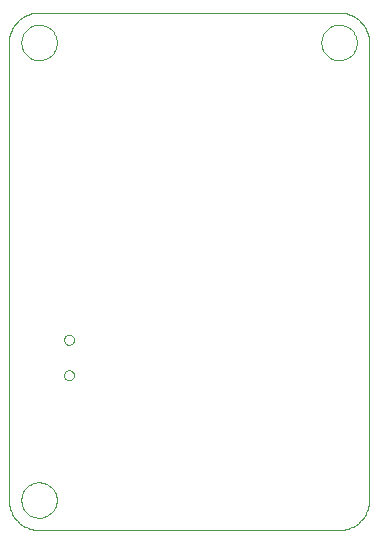
<source format=gm1>
G75*
G70*
%OFA0B0*%
%FSLAX24Y24*%
%IPPOS*%
%LPD*%
%AMOC8*
5,1,8,0,0,1.08239X$1,22.5*
%
%ADD10C,0.0000*%
D10*
X001180Y000708D02*
X011180Y000708D01*
X011240Y000710D01*
X011301Y000715D01*
X011360Y000724D01*
X011419Y000737D01*
X011478Y000753D01*
X011535Y000773D01*
X011590Y000796D01*
X011645Y000823D01*
X011697Y000852D01*
X011748Y000885D01*
X011797Y000921D01*
X011843Y000959D01*
X011887Y001001D01*
X011929Y001045D01*
X011967Y001091D01*
X012003Y001140D01*
X012036Y001191D01*
X012065Y001243D01*
X012092Y001298D01*
X012115Y001353D01*
X012135Y001410D01*
X012151Y001469D01*
X012164Y001528D01*
X012173Y001587D01*
X012178Y001648D01*
X012180Y001708D01*
X012180Y016958D01*
X010589Y016958D02*
X010591Y017006D01*
X010597Y017054D01*
X010607Y017101D01*
X010620Y017147D01*
X010638Y017192D01*
X010658Y017236D01*
X010683Y017278D01*
X010711Y017317D01*
X010741Y017354D01*
X010775Y017388D01*
X010812Y017420D01*
X010850Y017449D01*
X010891Y017474D01*
X010934Y017496D01*
X010979Y017514D01*
X011025Y017528D01*
X011072Y017539D01*
X011120Y017546D01*
X011168Y017549D01*
X011216Y017548D01*
X011264Y017543D01*
X011312Y017534D01*
X011358Y017522D01*
X011403Y017505D01*
X011447Y017485D01*
X011489Y017462D01*
X011529Y017435D01*
X011567Y017405D01*
X011602Y017372D01*
X011634Y017336D01*
X011664Y017298D01*
X011690Y017257D01*
X011712Y017214D01*
X011732Y017170D01*
X011747Y017125D01*
X011759Y017078D01*
X011767Y017030D01*
X011771Y016982D01*
X011771Y016934D01*
X011767Y016886D01*
X011759Y016838D01*
X011747Y016791D01*
X011732Y016746D01*
X011712Y016702D01*
X011690Y016659D01*
X011664Y016618D01*
X011634Y016580D01*
X011602Y016544D01*
X011567Y016511D01*
X011529Y016481D01*
X011489Y016454D01*
X011447Y016431D01*
X011403Y016411D01*
X011358Y016394D01*
X011312Y016382D01*
X011264Y016373D01*
X011216Y016368D01*
X011168Y016367D01*
X011120Y016370D01*
X011072Y016377D01*
X011025Y016388D01*
X010979Y016402D01*
X010934Y016420D01*
X010891Y016442D01*
X010850Y016467D01*
X010812Y016496D01*
X010775Y016528D01*
X010741Y016562D01*
X010711Y016599D01*
X010683Y016638D01*
X010658Y016680D01*
X010638Y016724D01*
X010620Y016769D01*
X010607Y016815D01*
X010597Y016862D01*
X010591Y016910D01*
X010589Y016958D01*
X011180Y017958D02*
X011240Y017956D01*
X011301Y017951D01*
X011360Y017942D01*
X011419Y017929D01*
X011478Y017913D01*
X011535Y017893D01*
X011590Y017870D01*
X011645Y017843D01*
X011697Y017814D01*
X011748Y017781D01*
X011797Y017745D01*
X011843Y017707D01*
X011887Y017665D01*
X011929Y017621D01*
X011967Y017575D01*
X012003Y017526D01*
X012036Y017475D01*
X012065Y017423D01*
X012092Y017368D01*
X012115Y017313D01*
X012135Y017256D01*
X012151Y017197D01*
X012164Y017138D01*
X012173Y017079D01*
X012178Y017018D01*
X012180Y016958D01*
X011180Y017958D02*
X001180Y017958D01*
X000589Y016958D02*
X000591Y017006D01*
X000597Y017054D01*
X000607Y017101D01*
X000620Y017147D01*
X000638Y017192D01*
X000658Y017236D01*
X000683Y017278D01*
X000711Y017317D01*
X000741Y017354D01*
X000775Y017388D01*
X000812Y017420D01*
X000850Y017449D01*
X000891Y017474D01*
X000934Y017496D01*
X000979Y017514D01*
X001025Y017528D01*
X001072Y017539D01*
X001120Y017546D01*
X001168Y017549D01*
X001216Y017548D01*
X001264Y017543D01*
X001312Y017534D01*
X001358Y017522D01*
X001403Y017505D01*
X001447Y017485D01*
X001489Y017462D01*
X001529Y017435D01*
X001567Y017405D01*
X001602Y017372D01*
X001634Y017336D01*
X001664Y017298D01*
X001690Y017257D01*
X001712Y017214D01*
X001732Y017170D01*
X001747Y017125D01*
X001759Y017078D01*
X001767Y017030D01*
X001771Y016982D01*
X001771Y016934D01*
X001767Y016886D01*
X001759Y016838D01*
X001747Y016791D01*
X001732Y016746D01*
X001712Y016702D01*
X001690Y016659D01*
X001664Y016618D01*
X001634Y016580D01*
X001602Y016544D01*
X001567Y016511D01*
X001529Y016481D01*
X001489Y016454D01*
X001447Y016431D01*
X001403Y016411D01*
X001358Y016394D01*
X001312Y016382D01*
X001264Y016373D01*
X001216Y016368D01*
X001168Y016367D01*
X001120Y016370D01*
X001072Y016377D01*
X001025Y016388D01*
X000979Y016402D01*
X000934Y016420D01*
X000891Y016442D01*
X000850Y016467D01*
X000812Y016496D01*
X000775Y016528D01*
X000741Y016562D01*
X000711Y016599D01*
X000683Y016638D01*
X000658Y016680D01*
X000638Y016724D01*
X000620Y016769D01*
X000607Y016815D01*
X000597Y016862D01*
X000591Y016910D01*
X000589Y016958D01*
X000180Y016958D02*
X000180Y001708D01*
X000589Y001708D02*
X000591Y001756D01*
X000597Y001804D01*
X000607Y001851D01*
X000620Y001897D01*
X000638Y001942D01*
X000658Y001986D01*
X000683Y002028D01*
X000711Y002067D01*
X000741Y002104D01*
X000775Y002138D01*
X000812Y002170D01*
X000850Y002199D01*
X000891Y002224D01*
X000934Y002246D01*
X000979Y002264D01*
X001025Y002278D01*
X001072Y002289D01*
X001120Y002296D01*
X001168Y002299D01*
X001216Y002298D01*
X001264Y002293D01*
X001312Y002284D01*
X001358Y002272D01*
X001403Y002255D01*
X001447Y002235D01*
X001489Y002212D01*
X001529Y002185D01*
X001567Y002155D01*
X001602Y002122D01*
X001634Y002086D01*
X001664Y002048D01*
X001690Y002007D01*
X001712Y001964D01*
X001732Y001920D01*
X001747Y001875D01*
X001759Y001828D01*
X001767Y001780D01*
X001771Y001732D01*
X001771Y001684D01*
X001767Y001636D01*
X001759Y001588D01*
X001747Y001541D01*
X001732Y001496D01*
X001712Y001452D01*
X001690Y001409D01*
X001664Y001368D01*
X001634Y001330D01*
X001602Y001294D01*
X001567Y001261D01*
X001529Y001231D01*
X001489Y001204D01*
X001447Y001181D01*
X001403Y001161D01*
X001358Y001144D01*
X001312Y001132D01*
X001264Y001123D01*
X001216Y001118D01*
X001168Y001117D01*
X001120Y001120D01*
X001072Y001127D01*
X001025Y001138D01*
X000979Y001152D01*
X000934Y001170D01*
X000891Y001192D01*
X000850Y001217D01*
X000812Y001246D01*
X000775Y001278D01*
X000741Y001312D01*
X000711Y001349D01*
X000683Y001388D01*
X000658Y001430D01*
X000638Y001474D01*
X000620Y001519D01*
X000607Y001565D01*
X000597Y001612D01*
X000591Y001660D01*
X000589Y001708D01*
X000180Y001708D02*
X000182Y001648D01*
X000187Y001587D01*
X000196Y001528D01*
X000209Y001469D01*
X000225Y001410D01*
X000245Y001353D01*
X000268Y001298D01*
X000295Y001243D01*
X000324Y001191D01*
X000357Y001140D01*
X000393Y001091D01*
X000431Y001045D01*
X000473Y001001D01*
X000517Y000959D01*
X000563Y000921D01*
X000612Y000885D01*
X000663Y000852D01*
X000715Y000823D01*
X000770Y000796D01*
X000825Y000773D01*
X000882Y000753D01*
X000941Y000737D01*
X001000Y000724D01*
X001059Y000715D01*
X001120Y000710D01*
X001180Y000708D01*
X002013Y005867D02*
X002015Y005892D01*
X002021Y005917D01*
X002030Y005941D01*
X002043Y005963D01*
X002060Y005983D01*
X002079Y006000D01*
X002100Y006014D01*
X002124Y006024D01*
X002148Y006031D01*
X002174Y006034D01*
X002199Y006033D01*
X002224Y006028D01*
X002248Y006019D01*
X002271Y006007D01*
X002291Y005992D01*
X002309Y005973D01*
X002324Y005952D01*
X002335Y005929D01*
X002343Y005905D01*
X002347Y005880D01*
X002347Y005854D01*
X002343Y005829D01*
X002335Y005805D01*
X002324Y005782D01*
X002309Y005761D01*
X002291Y005742D01*
X002271Y005727D01*
X002248Y005715D01*
X002224Y005706D01*
X002199Y005701D01*
X002174Y005700D01*
X002148Y005703D01*
X002124Y005710D01*
X002100Y005720D01*
X002079Y005734D01*
X002060Y005751D01*
X002043Y005771D01*
X002030Y005793D01*
X002021Y005817D01*
X002015Y005842D01*
X002013Y005867D01*
X002013Y007048D02*
X002015Y007073D01*
X002021Y007098D01*
X002030Y007122D01*
X002043Y007144D01*
X002060Y007164D01*
X002079Y007181D01*
X002100Y007195D01*
X002124Y007205D01*
X002148Y007212D01*
X002174Y007215D01*
X002199Y007214D01*
X002224Y007209D01*
X002248Y007200D01*
X002271Y007188D01*
X002291Y007173D01*
X002309Y007154D01*
X002324Y007133D01*
X002335Y007110D01*
X002343Y007086D01*
X002347Y007061D01*
X002347Y007035D01*
X002343Y007010D01*
X002335Y006986D01*
X002324Y006963D01*
X002309Y006942D01*
X002291Y006923D01*
X002271Y006908D01*
X002248Y006896D01*
X002224Y006887D01*
X002199Y006882D01*
X002174Y006881D01*
X002148Y006884D01*
X002124Y006891D01*
X002100Y006901D01*
X002079Y006915D01*
X002060Y006932D01*
X002043Y006952D01*
X002030Y006974D01*
X002021Y006998D01*
X002015Y007023D01*
X002013Y007048D01*
X000180Y016958D02*
X000182Y017018D01*
X000187Y017079D01*
X000196Y017138D01*
X000209Y017197D01*
X000225Y017256D01*
X000245Y017313D01*
X000268Y017368D01*
X000295Y017423D01*
X000324Y017475D01*
X000357Y017526D01*
X000393Y017575D01*
X000431Y017621D01*
X000473Y017665D01*
X000517Y017707D01*
X000563Y017745D01*
X000612Y017781D01*
X000663Y017814D01*
X000715Y017843D01*
X000770Y017870D01*
X000825Y017893D01*
X000882Y017913D01*
X000941Y017929D01*
X001000Y017942D01*
X001059Y017951D01*
X001120Y017956D01*
X001180Y017958D01*
M02*

</source>
